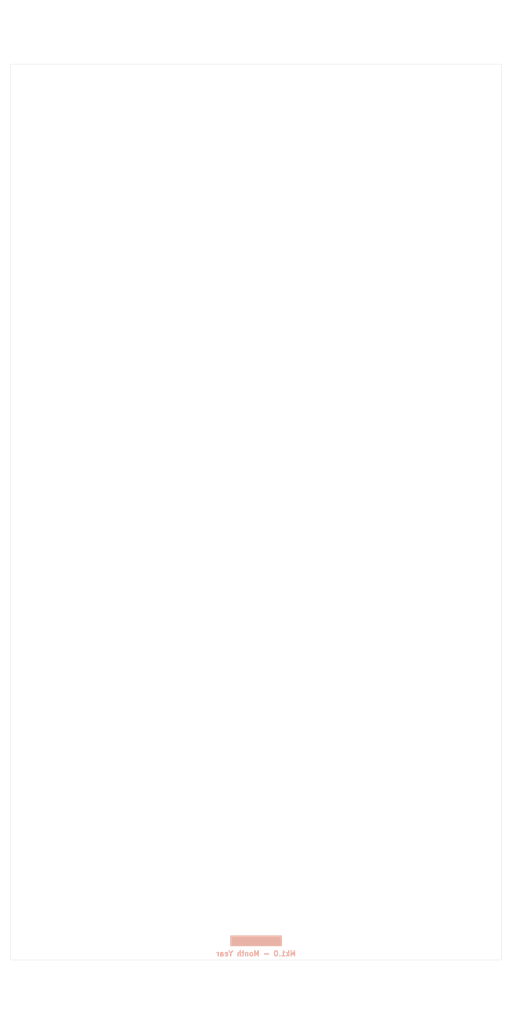
<source format=kicad_pcb>
(kicad_pcb
	(version 20240108)
	(generator "pcbnew")
	(generator_version "8.0")
	(general
		(thickness 1.6)
		(legacy_teardrops no)
	)
	(paper "A4" portrait)
	(title_block
		(rev "1")
		(company "DMH Instruments")
		(comment 1 "10cm Kosmo format synthesizer module PCB")
	)
	(layers
		(0 "F.Cu" signal)
		(31 "B.Cu" signal)
		(32 "B.Adhes" user "B.Adhesive")
		(33 "F.Adhes" user "F.Adhesive")
		(34 "B.Paste" user)
		(35 "F.Paste" user)
		(36 "B.SilkS" user "B.Silkscreen")
		(37 "F.SilkS" user "F.Silkscreen")
		(38 "B.Mask" user)
		(39 "F.Mask" user)
		(40 "Dwgs.User" user "User.Drawings")
		(41 "Cmts.User" user "User.Comments")
		(42 "Eco1.User" user "User.Eco1")
		(43 "Eco2.User" user "User.Eco2")
		(44 "Edge.Cuts" user)
		(45 "Margin" user)
		(46 "B.CrtYd" user "B.Courtyard")
		(47 "F.CrtYd" user "F.Courtyard")
		(48 "B.Fab" user)
		(49 "F.Fab" user)
		(50 "User.1" user)
		(51 "User.2" user)
		(52 "User.3" user)
		(53 "User.4" user)
		(54 "User.5" user)
		(55 "User.6" user)
		(56 "User.7" user)
		(57 "User.8" user)
		(58 "User.9" user "FrontPanelEdge")
	)
	(setup
		(stackup
			(layer "F.SilkS"
				(type "Top Silk Screen")
			)
			(layer "F.Paste"
				(type "Top Solder Paste")
			)
			(layer "F.Mask"
				(type "Top Solder Mask")
				(thickness 0.01)
			)
			(layer "F.Cu"
				(type "copper")
				(thickness 0.035)
			)
			(layer "dielectric 1"
				(type "core")
				(thickness 1.51)
				(material "FR4")
				(epsilon_r 4.5)
				(loss_tangent 0.02)
			)
			(layer "B.Cu"
				(type "copper")
				(thickness 0.035)
			)
			(layer "B.Mask"
				(type "Bottom Solder Mask")
				(thickness 0.01)
			)
			(layer "B.Paste"
				(type "Bottom Solder Paste")
			)
			(layer "B.SilkS"
				(type "Bottom Silk Screen")
			)
			(copper_finish "HAL lead-free")
			(dielectric_constraints no)
		)
		(pad_to_mask_clearance 0)
		(allow_soldermask_bridges_in_footprints no)
		(grid_origin 50 30)
		(pcbplotparams
			(layerselection 0x00010fc_ffffffff)
			(plot_on_all_layers_selection 0x0000000_00000000)
			(disableapertmacros no)
			(usegerberextensions no)
			(usegerberattributes yes)
			(usegerberadvancedattributes yes)
			(creategerberjobfile yes)
			(dashed_line_dash_ratio 12.000000)
			(dashed_line_gap_ratio 3.000000)
			(svgprecision 4)
			(plotframeref no)
			(viasonmask no)
			(mode 1)
			(useauxorigin no)
			(hpglpennumber 1)
			(hpglpenspeed 20)
			(hpglpendiameter 15.000000)
			(pdf_front_fp_property_popups yes)
			(pdf_back_fp_property_popups yes)
			(dxfpolygonmode yes)
			(dxfimperialunits yes)
			(dxfusepcbnewfont yes)
			(psnegative no)
			(psa4output no)
			(plotreference yes)
			(plotvalue yes)
			(plotfptext yes)
			(plotinvisibletext no)
			(sketchpadsonfab no)
			(subtractmaskfromsilk no)
			(outputformat 1)
			(mirror no)
			(drillshape 1)
			(scaleselection 1)
			(outputdirectory "")
		)
	)
	(net 0 "")
	(gr_rect
		(start 95 212.75)
		(end 105 214.75)
		(stroke
			(width 0.1)
			(type solid)
		)
		(fill solid)
		(layer "B.SilkS")
		(uuid "25d5093d-a66b-4d27-80d1-570cdcc8937b")
	)
	(gr_rect
		(start 52 42.5)
		(end 148 217.5)
		(stroke
			(width 0.05)
			(type default)
		)
		(fill none)
		(layer "Edge.Cuts")
		(uuid "b3c2b746-7928-4430-9218-c5517ec26bc0")
	)
	(gr_rect
		(start 50 30)
		(end 150 230)
		(stroke
			(width 0.1)
			(type default)
		)
		(fill none)
		(layer "User.9")
		(uuid "00a9661b-bc4e-493a-9a57-d5b24a34753b")
	)
	(gr_text "Mk1.0 - Month Year"
		(at 100 216.25 0)
		(layer "B.SilkS")
		(uuid "63c8ad94-a0f8-460c-ac3a-e449a72cd50c")
		(effects
			(font
				(size 1 1)
				(thickness 0.25)
				(bold yes)
			)
			(justify mirror)
		)
	)
)

</source>
